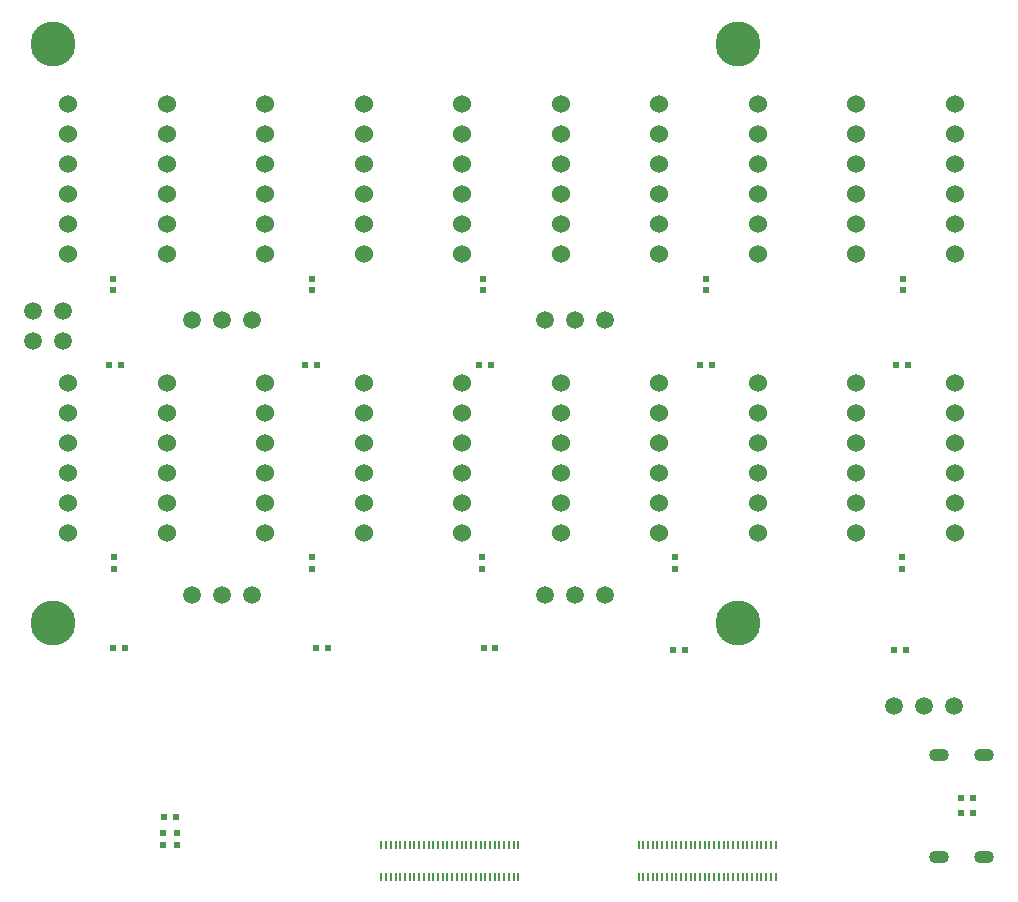
<source format=gbr>
%TF.GenerationSoftware,KiCad,Pcbnew,8.0.1*%
%TF.CreationDate,2025-04-10T18:27:20+05:30*%
%TF.ProjectId,GPIO HAT 2,4750494f-2048-4415-9420-322e6b696361,rev?*%
%TF.SameCoordinates,Original*%
%TF.FileFunction,Soldermask,Bot*%
%TF.FilePolarity,Negative*%
%FSLAX46Y46*%
G04 Gerber Fmt 4.6, Leading zero omitted, Abs format (unit mm)*
G04 Created by KiCad (PCBNEW 8.0.1) date 2025-04-10 18:27:20*
%MOMM*%
%LPD*%
G01*
G04 APERTURE LIST*
%ADD10C,1.524000*%
%ADD11C,1.500000*%
%ADD12C,3.810000*%
%ADD13O,1.700000X1.100000*%
%ADD14R,0.500000X0.600000*%
%ADD15R,0.600000X0.500000*%
%ADD16R,0.230000X0.660000*%
G04 APERTURE END LIST*
D10*
%TO.C,J17*%
X227380304Y-70256400D03*
X227380304Y-72796400D03*
X227380304Y-75336400D03*
X227380304Y-77876400D03*
X227380304Y-80416400D03*
X227380304Y-82956400D03*
%TD*%
D11*
%TO.C,JM1*%
X171094400Y-88595200D03*
X173634400Y-88595200D03*
X176174400Y-88595200D03*
%TD*%
D10*
%TO.C,J7*%
X177325376Y-70256400D03*
X177325376Y-72796400D03*
X177325376Y-75336400D03*
X177325376Y-77876400D03*
X177325376Y-80416400D03*
X177325376Y-82956400D03*
%TD*%
%TO.C,J1*%
X160640400Y-93929200D03*
X160640400Y-96469200D03*
X160640400Y-99009200D03*
X160640400Y-101549200D03*
X160640400Y-104089200D03*
X160640400Y-106629200D03*
%TD*%
%TO.C,J19*%
X227380304Y-93929200D03*
X227380304Y-96469200D03*
X227380304Y-99009200D03*
X227380304Y-101549200D03*
X227380304Y-104089200D03*
X227380304Y-106629200D03*
%TD*%
D12*
%TO.C,REF\u002A\u002A*%
X217347800Y-65176400D03*
%TD*%
%TO.C,REF\u002A\u002A*%
X159385000Y-114198400D03*
%TD*%
D10*
%TO.C,J14*%
X219037816Y-70256400D03*
X219037816Y-72796400D03*
X219037816Y-75336400D03*
X219037816Y-77876400D03*
X219037816Y-80416400D03*
X219037816Y-82956400D03*
%TD*%
%TO.C,J4*%
X168982888Y-70256400D03*
X168982888Y-72796400D03*
X168982888Y-75336400D03*
X168982888Y-77876400D03*
X168982888Y-80416400D03*
X168982888Y-82956400D03*
%TD*%
%TO.C,J11*%
X194010352Y-70256400D03*
X194010352Y-72796400D03*
X194010352Y-75336400D03*
X194010352Y-77876400D03*
X194010352Y-80416400D03*
X194010352Y-82956400D03*
%TD*%
D12*
%TO.C,REF\u002A\u002A*%
X217347800Y-114198400D03*
%TD*%
D10*
%TO.C,J18*%
X235722800Y-70256400D03*
X235722800Y-72796400D03*
X235722800Y-75336400D03*
X235722800Y-77876400D03*
X235722800Y-80416400D03*
X235722800Y-82956400D03*
%TD*%
D11*
%TO.C,J24*%
X157683200Y-87833200D03*
X160223200Y-87833200D03*
X157683200Y-90373200D03*
X160223200Y-90373200D03*
%TD*%
%TO.C,JM5*%
X230555800Y-121234200D03*
X233095800Y-121234200D03*
X235635800Y-121234200D03*
%TD*%
D10*
%TO.C,J10*%
X202352840Y-93929200D03*
X202352840Y-96469200D03*
X202352840Y-99009200D03*
X202352840Y-101549200D03*
X202352840Y-104089200D03*
X202352840Y-106629200D03*
%TD*%
%TO.C,J6*%
X185667864Y-93929200D03*
X185667864Y-96469200D03*
X185667864Y-99009200D03*
X185667864Y-101549200D03*
X185667864Y-104089200D03*
X185667864Y-106629200D03*
%TD*%
%TO.C,J20*%
X235722800Y-93929200D03*
X235722800Y-96469200D03*
X235722800Y-99009200D03*
X235722800Y-101549200D03*
X235722800Y-104089200D03*
X235722800Y-106629200D03*
%TD*%
D12*
%TO.C,REF\u002A\u002A*%
X159385000Y-65176400D03*
%TD*%
D10*
%TO.C,J8*%
X185667864Y-70256400D03*
X185667864Y-72796400D03*
X185667864Y-75336400D03*
X185667864Y-77876400D03*
X185667864Y-80416400D03*
X185667864Y-82956400D03*
%TD*%
D11*
%TO.C,JM3*%
X171094400Y-111836200D03*
X173634400Y-111836200D03*
X176174400Y-111836200D03*
%TD*%
D10*
%TO.C,J13*%
X210695328Y-70256400D03*
X210695328Y-72796400D03*
X210695328Y-75336400D03*
X210695328Y-77876400D03*
X210695328Y-80416400D03*
X210695328Y-82956400D03*
%TD*%
%TO.C,J16*%
X219037816Y-93929200D03*
X219037816Y-96469200D03*
X219037816Y-99009200D03*
X219037816Y-101549200D03*
X219037816Y-104089200D03*
X219037816Y-106629200D03*
%TD*%
%TO.C,J2*%
X168982888Y-93929200D03*
X168982888Y-96469200D03*
X168982888Y-99009200D03*
X168982888Y-101549200D03*
X168982888Y-104089200D03*
X168982888Y-106629200D03*
%TD*%
D13*
%TO.C,J23*%
X234359600Y-134018400D03*
X238159600Y-134018400D03*
X234359600Y-125378400D03*
X238159600Y-125378400D03*
%TD*%
D10*
%TO.C,J3*%
X160640400Y-70256400D03*
X160640400Y-72796400D03*
X160640400Y-75336400D03*
X160640400Y-77876400D03*
X160640400Y-80416400D03*
X160640400Y-82956400D03*
%TD*%
%TO.C,J9*%
X194010352Y-93929200D03*
X194010352Y-96469200D03*
X194010352Y-99009200D03*
X194010352Y-101549200D03*
X194010352Y-104089200D03*
X194010352Y-106629200D03*
%TD*%
%TO.C,J15*%
X210695328Y-93929200D03*
X210695328Y-96469200D03*
X210695328Y-99009200D03*
X210695328Y-101549200D03*
X210695328Y-104089200D03*
X210695328Y-106629200D03*
%TD*%
%TO.C,J5*%
X177325376Y-93929200D03*
X177325376Y-96469200D03*
X177325376Y-99009200D03*
X177325376Y-101549200D03*
X177325376Y-104089200D03*
X177325376Y-106629200D03*
%TD*%
D11*
%TO.C,JM4*%
X201015600Y-111836200D03*
X203555600Y-111836200D03*
X206095600Y-111836200D03*
%TD*%
%TO.C,JM2*%
X201015600Y-88595200D03*
X203555600Y-88595200D03*
X206095600Y-88595200D03*
%TD*%
D10*
%TO.C,J12*%
X202352840Y-70256400D03*
X202352840Y-72796400D03*
X202352840Y-75336400D03*
X202352840Y-77876400D03*
X202352840Y-80416400D03*
X202352840Y-82956400D03*
%TD*%
D14*
%TO.C,C37*%
X231775000Y-92405200D03*
X230775000Y-92405200D03*
%TD*%
%TO.C,C36*%
X196824600Y-116382800D03*
X195824600Y-116382800D03*
%TD*%
D15*
%TO.C,C32*%
X195681600Y-109651800D03*
X195681600Y-108651800D03*
%TD*%
D14*
%TO.C,C28*%
X196418200Y-92405200D03*
X195418200Y-92405200D03*
%TD*%
D15*
%TO.C,C34*%
X231241600Y-109651800D03*
X231241600Y-108651800D03*
%TD*%
D14*
%TO.C,C27*%
X182676800Y-116357400D03*
X181676800Y-116357400D03*
%TD*%
D15*
%TO.C,R5*%
X169835500Y-133019099D03*
X169835500Y-132019099D03*
%TD*%
%TO.C,R3*%
X168677500Y-132019100D03*
X168677500Y-133019100D03*
%TD*%
D14*
%TO.C,R19*%
X236252000Y-130348800D03*
X237252000Y-130348800D03*
%TD*%
D15*
%TO.C,C24*%
X212013800Y-109651800D03*
X212013800Y-108651800D03*
%TD*%
%TO.C,C19*%
X164566600Y-109651800D03*
X164566600Y-108651800D03*
%TD*%
D16*
%TO.C,J22*%
X220547000Y-132994400D03*
X220147000Y-132994400D03*
X219747000Y-132994400D03*
X219347000Y-132994400D03*
X218947000Y-132994400D03*
X218547000Y-132994400D03*
X218147000Y-132994400D03*
X217747000Y-132994400D03*
X217347000Y-132994400D03*
X216947000Y-132994400D03*
X216547000Y-132994400D03*
X216147000Y-132994400D03*
X215747000Y-132994400D03*
X215347000Y-132994400D03*
X214947000Y-132994400D03*
X214547000Y-132994400D03*
X214147000Y-132994400D03*
X213747000Y-132994400D03*
X213347000Y-132994400D03*
X212947000Y-132994400D03*
X212547000Y-132994400D03*
X212147000Y-132994400D03*
X211747000Y-132994400D03*
X211347000Y-132994400D03*
X210947000Y-132994400D03*
X210547000Y-132994400D03*
X210147000Y-132994400D03*
X209747000Y-132994400D03*
X209347000Y-132994400D03*
X208947000Y-132994400D03*
X208947000Y-135704400D03*
X209347000Y-135704400D03*
X209747000Y-135704400D03*
X210147000Y-135704400D03*
X210547000Y-135704400D03*
X210947000Y-135704400D03*
X211347000Y-135704400D03*
X211747000Y-135704400D03*
X212147000Y-135704400D03*
X212547000Y-135704400D03*
X212947000Y-135704400D03*
X213347000Y-135704400D03*
X213747000Y-135704400D03*
X214147000Y-135704400D03*
X214547000Y-135704400D03*
X214947000Y-135704400D03*
X215347000Y-135704400D03*
X215747000Y-135704400D03*
X216147000Y-135704400D03*
X216547000Y-135704400D03*
X216947000Y-135704400D03*
X217347000Y-135704400D03*
X217747000Y-135704400D03*
X218147000Y-135704400D03*
X218547000Y-135704400D03*
X218947000Y-135704400D03*
X219347000Y-135704400D03*
X219747000Y-135704400D03*
X220147000Y-135704400D03*
X220547000Y-135704400D03*
%TD*%
D14*
%TO.C,C26*%
X165125400Y-92405200D03*
X164125400Y-92405200D03*
%TD*%
D16*
%TO.C,J21*%
X187166400Y-135712200D03*
X187566400Y-135712200D03*
X187966400Y-135712200D03*
X188366400Y-135712200D03*
X188766400Y-135712200D03*
X189166400Y-135712200D03*
X189566400Y-135712200D03*
X189966400Y-135712200D03*
X190366400Y-135712200D03*
X190766400Y-135712200D03*
X191166400Y-135712200D03*
X191566400Y-135712200D03*
X191966400Y-135712200D03*
X192366400Y-135712200D03*
X192766400Y-135712200D03*
X193166400Y-135712200D03*
X193566400Y-135712200D03*
X193966400Y-135712200D03*
X194366400Y-135712200D03*
X194766400Y-135712200D03*
X195166400Y-135712200D03*
X195566400Y-135712200D03*
X195966400Y-135712200D03*
X196366400Y-135712200D03*
X196766400Y-135712200D03*
X197166400Y-135712200D03*
X197566400Y-135712200D03*
X197966400Y-135712200D03*
X198366400Y-135712200D03*
X198766400Y-135712200D03*
X198766400Y-133002200D03*
X198366400Y-133002200D03*
X197966400Y-133002200D03*
X197566400Y-133002200D03*
X197166400Y-133002200D03*
X196766400Y-133002200D03*
X196366400Y-133002200D03*
X195966400Y-133002200D03*
X195566400Y-133002200D03*
X195166400Y-133002200D03*
X194766400Y-133002200D03*
X194366400Y-133002200D03*
X193966400Y-133002200D03*
X193566400Y-133002200D03*
X193166400Y-133002200D03*
X192766400Y-133002200D03*
X192366400Y-133002200D03*
X191966400Y-133002200D03*
X191566400Y-133002200D03*
X191166400Y-133002200D03*
X190766400Y-133002200D03*
X190366400Y-133002200D03*
X189966400Y-133002200D03*
X189566400Y-133002200D03*
X189166400Y-133002200D03*
X188766400Y-133002200D03*
X188366400Y-133002200D03*
X187966400Y-133002200D03*
X187566400Y-133002200D03*
X187166400Y-133002200D03*
%TD*%
D14*
%TO.C,C30*%
X212877400Y-116535200D03*
X211877400Y-116535200D03*
%TD*%
D15*
%TO.C,C21*%
X181305200Y-109651800D03*
X181305200Y-108651800D03*
%TD*%
D14*
%TO.C,C35*%
X181711600Y-92405200D03*
X180711600Y-92405200D03*
%TD*%
%TO.C,R18*%
X236252000Y-129098800D03*
X237252000Y-129098800D03*
%TD*%
%TO.C,C38*%
X231546400Y-116535200D03*
X230546400Y-116535200D03*
%TD*%
D15*
%TO.C,C33*%
X231317800Y-86080600D03*
X231317800Y-85080600D03*
%TD*%
%TO.C,C20*%
X164465000Y-86080600D03*
X164465000Y-85080600D03*
%TD*%
D14*
%TO.C,C11*%
X168750448Y-130693500D03*
X169750448Y-130693500D03*
%TD*%
%TO.C,C25*%
X165430200Y-116357400D03*
X164430200Y-116357400D03*
%TD*%
D15*
%TO.C,C31*%
X181305200Y-86080600D03*
X181305200Y-85080600D03*
%TD*%
%TO.C,C23*%
X214655400Y-86080600D03*
X214655400Y-85080600D03*
%TD*%
%TO.C,C22*%
X195757800Y-86080600D03*
X195757800Y-85080600D03*
%TD*%
D14*
%TO.C,C29*%
X215188800Y-92405200D03*
X214188800Y-92405200D03*
%TD*%
M02*

</source>
